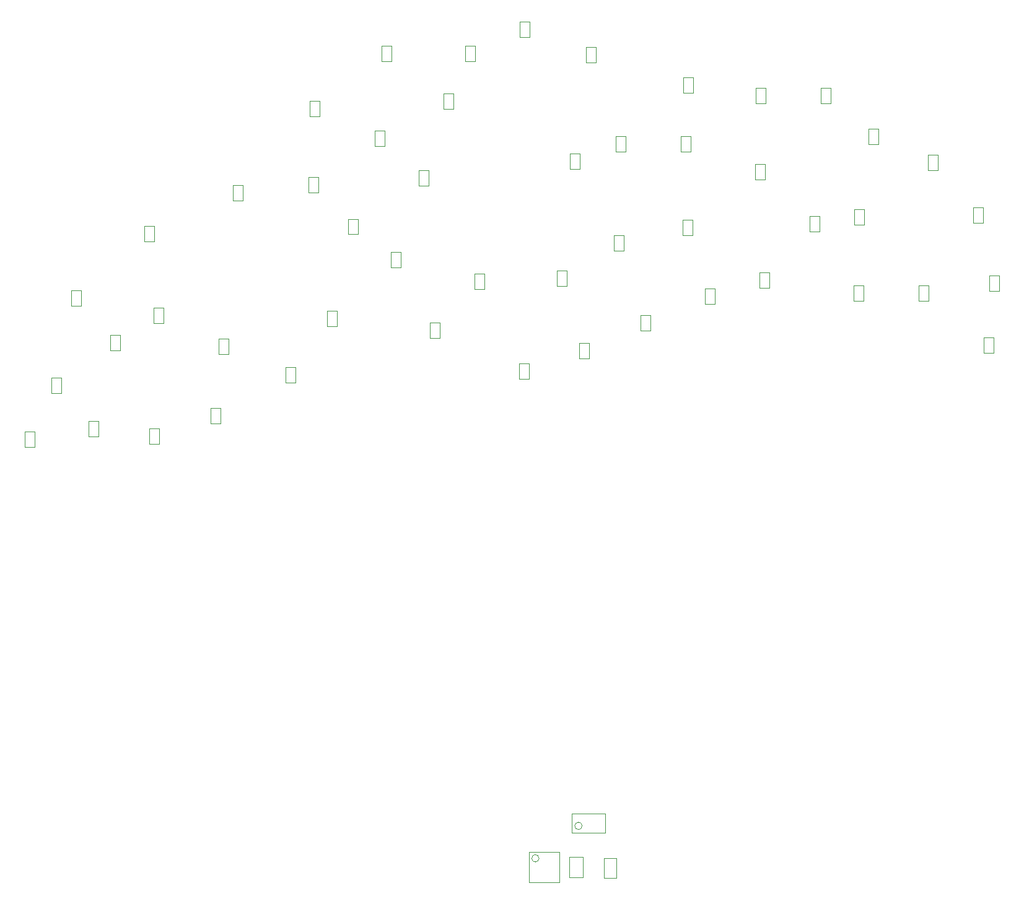
<source format=gbr>
%TF.GenerationSoftware,Altium Limited,Altium Designer,20.0.14 (345)*%
G04 Layer_Color=16711935*
%FSLAX45Y45*%
%MOMM*%
%TF.FileFunction,Other,Mechanical_13*%
%TF.Part,Single*%
G01*
G75*
%TA.AperFunction,NonConductor*%
%ADD31C,0.10000*%
D31*
X10750500Y5684450D02*
G03*
X10750500Y5684450I-50000J0D01*
G01*
X10161600Y5240100D02*
G03*
X10161600Y5240100I-50000J0D01*
G01*
X10578000Y4976100D02*
X10758000D01*
X10578000Y5260100D02*
X10758000D01*
X10578000Y4976100D02*
Y5260100D01*
X10758000Y4976100D02*
Y5260100D01*
X11052900Y4970400D02*
Y5240400D01*
X11222900Y4970400D02*
Y5240400D01*
X11052900Y4970400D02*
X11222900D01*
X11052900Y5240400D02*
X11222900D01*
X11065500Y5589450D02*
Y5849450D01*
X10605500Y5589450D02*
Y5849450D01*
X11065500D01*
X10605500Y5589450D02*
X11065500D01*
X10021600Y4915100D02*
X10436600D01*
X10021600Y5330100D02*
X10436600D01*
Y4915100D02*
Y5330100D01*
X10021600Y4915100D02*
Y5330100D01*
X10024300Y11794900D02*
Y12004900D01*
X9889300Y11794900D02*
Y12004900D01*
X10024300D01*
X9889300Y11794900D02*
X10024300D01*
X8805100Y12353700D02*
Y12563700D01*
X8670100Y12353700D02*
Y12563700D01*
X8805100D01*
X8670100Y12353700D02*
X8805100D01*
X7396500Y12518800D02*
Y12728800D01*
X7261500Y12518800D02*
Y12728800D01*
X7396500D01*
X7261500Y12518800D02*
X7396500D01*
X8653800Y14436501D02*
Y14646500D01*
X8518800Y14436501D02*
Y14646500D01*
X8653800D01*
X8518800Y14436501D02*
X8653800D01*
X8055800Y14982600D02*
Y15192599D01*
X7920800Y14982600D02*
Y15192599D01*
X8055800D01*
X7920800Y14982600D02*
X8055800D01*
X7142500Y14347600D02*
Y14557600D01*
X7007500Y14347600D02*
Y14557600D01*
X7142500D01*
X7007500Y14347600D02*
X7142500D01*
X9414700Y13026801D02*
Y13236800D01*
X9279700Y13026801D02*
Y13236800D01*
X9414700D01*
X9279700Y13026801D02*
X9414700D01*
X8272800Y13318900D02*
Y13528900D01*
X8137800Y13318900D02*
Y13528900D01*
X8272800D01*
X8137800Y13318900D02*
X8272800D01*
X7687500Y13772701D02*
Y13982700D01*
X7552500Y13772701D02*
Y13982700D01*
X7687500D01*
X7552500Y13772701D02*
X7687500D01*
X8995600Y15490601D02*
Y15700600D01*
X8860600Y15490601D02*
Y15700600D01*
X8995600D01*
X8860600Y15490601D02*
X8995600D01*
X8144700Y16138300D02*
Y16348300D01*
X8009700Y16138300D02*
Y16348300D01*
X8144700D01*
X8009700Y16138300D02*
X8144700D01*
X7166800Y15389000D02*
Y15599001D01*
X7031800Y15389000D02*
Y15599001D01*
X7166800D01*
X7031800Y15389000D02*
X7166800D01*
X6836600Y11744100D02*
Y11954100D01*
X6701600Y11744100D02*
Y11954100D01*
X6836600D01*
X6701600Y11744100D02*
X6836600D01*
X6112700Y14233299D02*
Y14443300D01*
X5977700Y14233299D02*
Y14443300D01*
X6112700D01*
X5977700Y14233299D02*
X6112700D01*
X5807900Y11185300D02*
Y11395300D01*
X5672900Y11185300D02*
Y11395300D01*
X5807900D01*
X5672900Y11185300D02*
X5807900D01*
X5922200Y12137800D02*
Y12347800D01*
X5787200Y12137800D02*
Y12347800D01*
X5922200D01*
X5787200Y12137800D02*
X5922200D01*
X4969700Y10905900D02*
Y11115900D01*
X4834700Y10905900D02*
Y11115900D01*
X4969700D01*
X4834700Y10905900D02*
X4969700D01*
X4906200Y13674500D02*
Y13884500D01*
X4771200Y13674500D02*
Y13884500D01*
X4906200D01*
X4771200Y13674500D02*
X4906200D01*
X9287700Y16138300D02*
Y16348300D01*
X9152700Y16138300D02*
Y16348300D01*
X9287700D01*
X9152700Y16138300D02*
X9287700D01*
X4144200Y11007500D02*
Y11217500D01*
X4009200Y11007500D02*
Y11217500D01*
X4144200D01*
X4009200Y11007500D02*
X4144200D01*
X5033200Y12556900D02*
Y12766900D01*
X4898200Y12556900D02*
Y12766900D01*
X5033200D01*
X4898200Y12556900D02*
X5033200D01*
X4436300Y12188600D02*
Y12398600D01*
X4301300Y12188600D02*
Y12398600D01*
X4436300D01*
X4301300Y12188600D02*
X4436300D01*
X3902900Y12798200D02*
Y13008200D01*
X3767900Y12798200D02*
Y13008200D01*
X3902900D01*
X3767900Y12798200D02*
X3902900D01*
X16374300Y12150500D02*
Y12360500D01*
X16239301Y12150500D02*
Y12360500D01*
X16374300D01*
X16239301Y12150500D02*
X16374300D01*
X15485300Y12861700D02*
Y13071700D01*
X15350301Y12861700D02*
Y13071700D01*
X15485300D01*
X15350301Y12861700D02*
X15485300D01*
X14596300D02*
Y13071700D01*
X14461301Y12861700D02*
Y13071700D01*
X14596300D01*
X14461301Y12861700D02*
X14596300D01*
X14799500Y15008000D02*
Y15217999D01*
X14664500Y15008000D02*
Y15217999D01*
X14799500D01*
X14664500Y15008000D02*
X14799500D01*
X13250101Y14525400D02*
Y14735400D01*
X13115100Y14525400D02*
Y14735400D01*
X13250101D01*
X13115100Y14525400D02*
X13250101D01*
X13313600Y13039500D02*
Y13249500D01*
X13178600Y13039500D02*
Y13249500D01*
X13313600D01*
X13178600Y13039500D02*
X13313600D01*
X16450500Y13001401D02*
Y13211400D01*
X16315500Y13001401D02*
Y13211400D01*
X16450500D01*
X16315500Y13001401D02*
X16450500D01*
X16234599Y13928500D02*
Y14138499D01*
X16099600Y13928500D02*
Y14138499D01*
X16234599D01*
X16099600Y13928500D02*
X16234599D01*
X15612300Y14652400D02*
Y14862399D01*
X15477299Y14652400D02*
Y14862399D01*
X15612300D01*
X15477299Y14652400D02*
X15612300D01*
X14609000Y13903101D02*
Y14113100D01*
X14474001Y13903101D02*
Y14113100D01*
X14609000D01*
X14474001Y13903101D02*
X14609000D01*
X14151801Y15566800D02*
Y15776801D01*
X14016800Y15566800D02*
Y15776801D01*
X14151801D01*
X14016800Y15566800D02*
X14151801D01*
X13262801D02*
Y15776801D01*
X13127800Y15566800D02*
Y15776801D01*
X13262801D01*
X13127800Y15566800D02*
X13262801D01*
X13999400Y13814200D02*
Y14024200D01*
X13864400Y13814200D02*
Y14024200D01*
X13999400D01*
X13864400Y13814200D02*
X13999400D01*
X12564300Y12823599D02*
Y13033600D01*
X12429300Y12823599D02*
Y13033600D01*
X12564300D01*
X12429300Y12823599D02*
X12564300D01*
X11688000Y12455300D02*
Y12665300D01*
X11553000Y12455300D02*
Y12665300D01*
X11688000D01*
X11553000Y12455300D02*
X11688000D01*
X10849800Y12074300D02*
Y12284300D01*
X10714800Y12074300D02*
Y12284300D01*
X10849800D01*
X10714800Y12074300D02*
X10849800D01*
X12234100Y14906400D02*
Y15116400D01*
X12099100Y14906400D02*
Y15116400D01*
X12234100D01*
X12099100Y14906400D02*
X12234100D01*
X11345100D02*
Y15116400D01*
X11210100Y14906400D02*
Y15116400D01*
X11345100D01*
X11210100Y14906400D02*
X11345100D01*
X10722800Y14665100D02*
Y14875101D01*
X10587800Y14665100D02*
Y14875101D01*
X10722800D01*
X10587800Y14665100D02*
X10722800D01*
X12259500Y13763400D02*
Y13973399D01*
X12124500Y13763400D02*
Y13973399D01*
X12259500D01*
X12124500Y13763400D02*
X12259500D01*
X11319700Y13547501D02*
Y13757500D01*
X11184700Y13547501D02*
Y13757500D01*
X11319700D01*
X11184700Y13547501D02*
X11319700D01*
X10545000Y13064900D02*
Y13274899D01*
X10410000Y13064900D02*
Y13274899D01*
X10545000D01*
X10410000Y13064900D02*
X10545000D01*
X12272200Y15706500D02*
Y15916499D01*
X12137200Y15706500D02*
Y15916499D01*
X12272200D01*
X12137200Y15706500D02*
X12272200D01*
X10938700Y16125600D02*
Y16335600D01*
X10803700Y16125600D02*
Y16335600D01*
X10938700D01*
X10803700Y16125600D02*
X10938700D01*
X10037000Y16468500D02*
Y16678500D01*
X9902000Y16468500D02*
Y16678500D01*
X10037000D01*
X9902000Y16468500D02*
X10037000D01*
X3267900Y10867800D02*
Y11077800D01*
X3132900Y10867800D02*
Y11077800D01*
X3267900D01*
X3132900Y10867800D02*
X3267900D01*
X3636200Y11604400D02*
Y11814400D01*
X3501200Y11604400D02*
Y11814400D01*
X3636200D01*
X3501200Y11604400D02*
X3636200D01*
%TF.MD5,f6f5a11169c4c4106479ac81fc46fba5*%
M02*

</source>
